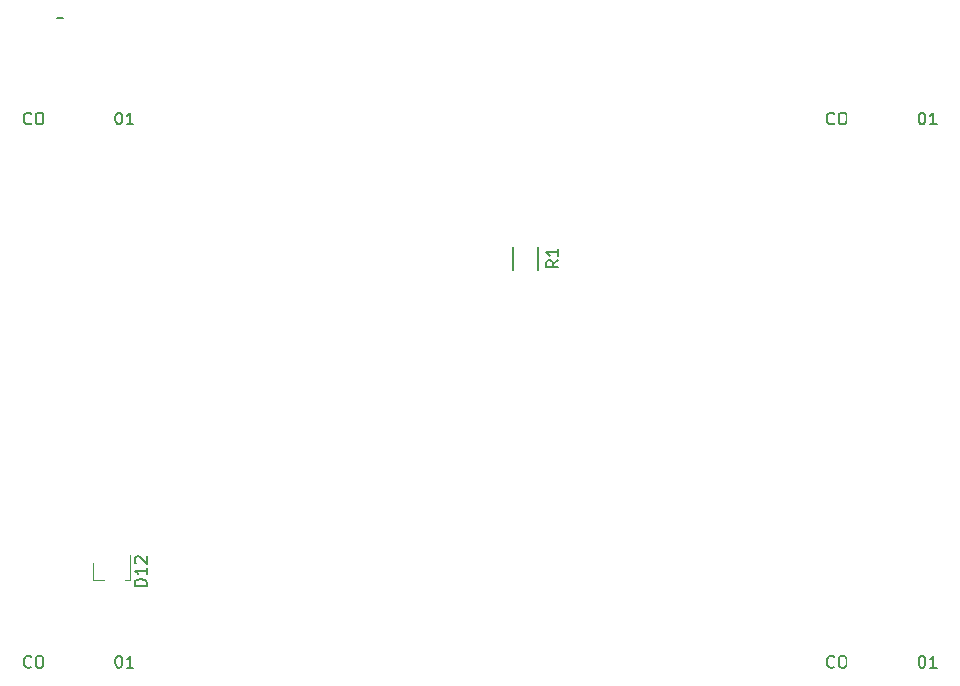
<source format=gto>
G04 #@! TF.FileFunction,Legend,Top*
%FSLAX46Y46*%
G04 Gerber Fmt 4.6, Leading zero omitted, Abs format (unit mm)*
G04 Created by KiCad (PCBNEW 4.0.7-e0-6372~58~ubuntu16.10.1) date Tue Oct  3 15:15:38 2017*
%MOMM*%
%LPD*%
G01*
G04 APERTURE LIST*
%ADD10C,0.150000*%
%ADD11C,0.200000*%
%ADD12C,0.120000*%
%ADD13R,1.050000X1.050000*%
%ADD14C,1.050000*%
%ADD15R,1.700000X0.900000*%
%ADD16C,6.000000*%
%ADD17C,1.300000*%
%ADD18C,4.000000*%
%ADD19C,2.000000*%
%ADD20C,1.600000*%
%ADD21R,1.700000X1.700000*%
%ADD22O,1.700000X1.700000*%
%ADD23C,2.200000*%
%ADD24C,3.900000*%
%ADD25R,0.800000X0.900000*%
%ADD26C,0.600000*%
%ADD27C,0.889000*%
%ADD28C,0.254000*%
G04 APERTURE END LIST*
D10*
D11*
X3705600Y-10924600D02*
X3172200Y-10924600D01*
D10*
X41775000Y-32300000D02*
X41775000Y-30300000D01*
X43925000Y-30300000D02*
X43925000Y-32300000D01*
D12*
X6220000Y-58560000D02*
X7150000Y-58560000D01*
X9380000Y-58560000D02*
X8450000Y-58560000D01*
X9380000Y-58560000D02*
X9380000Y-56400000D01*
X6220000Y-58560000D02*
X6220000Y-57100000D01*
D10*
X45602381Y-31466666D02*
X45126190Y-31800000D01*
X45602381Y-32038095D02*
X44602381Y-32038095D01*
X44602381Y-31657142D01*
X44650000Y-31561904D01*
X44697619Y-31514285D01*
X44792857Y-31466666D01*
X44935714Y-31466666D01*
X45030952Y-31514285D01*
X45078571Y-31561904D01*
X45126190Y-31657142D01*
X45126190Y-32038095D01*
X45602381Y-30514285D02*
X45602381Y-31085714D01*
X45602381Y-30800000D02*
X44602381Y-30800000D01*
X44745238Y-30895238D01*
X44840476Y-30990476D01*
X44888095Y-31085714D01*
X4261905Y-19952381D02*
X4261905Y-18952381D01*
X4642858Y-18952381D01*
X4738096Y-19000000D01*
X4785715Y-19047619D01*
X4833334Y-19142857D01*
X4833334Y-19285714D01*
X4785715Y-19380952D01*
X4738096Y-19428571D01*
X4642858Y-19476190D01*
X4261905Y-19476190D01*
X5738096Y-18952381D02*
X5261905Y-18952381D01*
X5214286Y-19428571D01*
X5261905Y-19380952D01*
X5357143Y-19333333D01*
X5595239Y-19333333D01*
X5690477Y-19380952D01*
X5738096Y-19428571D01*
X5785715Y-19523810D01*
X5785715Y-19761905D01*
X5738096Y-19857143D01*
X5690477Y-19904762D01*
X5595239Y-19952381D01*
X5357143Y-19952381D01*
X5261905Y-19904762D01*
X5214286Y-19857143D01*
X976191Y-19857143D02*
X928572Y-19904762D01*
X785715Y-19952381D01*
X690477Y-19952381D01*
X547619Y-19904762D01*
X452381Y-19809524D01*
X404762Y-19714286D01*
X357143Y-19523810D01*
X357143Y-19380952D01*
X404762Y-19190476D01*
X452381Y-19095238D01*
X547619Y-19000000D01*
X690477Y-18952381D01*
X785715Y-18952381D01*
X928572Y-19000000D01*
X976191Y-19047619D01*
X1595238Y-18952381D02*
X1785715Y-18952381D01*
X1880953Y-19000000D01*
X1976191Y-19095238D01*
X2023810Y-19285714D01*
X2023810Y-19619048D01*
X1976191Y-19809524D01*
X1880953Y-19904762D01*
X1785715Y-19952381D01*
X1595238Y-19952381D01*
X1500000Y-19904762D01*
X1404762Y-19809524D01*
X1357143Y-19619048D01*
X1357143Y-19285714D01*
X1404762Y-19095238D01*
X1500000Y-19000000D01*
X1595238Y-18952381D01*
X2452381Y-19952381D02*
X2452381Y-18952381D01*
X3023810Y-19952381D01*
X3023810Y-18952381D01*
X3500000Y-19952381D02*
X3500000Y-18952381D01*
X4071429Y-19952381D01*
X4071429Y-18952381D01*
X4309524Y-20047619D02*
X5071429Y-20047619D01*
X5500000Y-18952381D02*
X5595239Y-18952381D01*
X5690477Y-19000000D01*
X5738096Y-19047619D01*
X5785715Y-19142857D01*
X5833334Y-19333333D01*
X5833334Y-19571429D01*
X5785715Y-19761905D01*
X5738096Y-19857143D01*
X5690477Y-19904762D01*
X5595239Y-19952381D01*
X5500000Y-19952381D01*
X5404762Y-19904762D01*
X5357143Y-19857143D01*
X5309524Y-19761905D01*
X5261905Y-19571429D01*
X5261905Y-19333333D01*
X5309524Y-19142857D01*
X5357143Y-19047619D01*
X5404762Y-19000000D01*
X5500000Y-18952381D01*
X6785715Y-19952381D02*
X6214286Y-19952381D01*
X6500000Y-19952381D02*
X6500000Y-18952381D01*
X6404762Y-19095238D01*
X6309524Y-19190476D01*
X6214286Y-19238095D01*
X7119048Y-18952381D02*
X7785715Y-19952381D01*
X7785715Y-18952381D02*
X7119048Y-19952381D01*
X8357143Y-18952381D02*
X8452382Y-18952381D01*
X8547620Y-19000000D01*
X8595239Y-19047619D01*
X8642858Y-19142857D01*
X8690477Y-19333333D01*
X8690477Y-19571429D01*
X8642858Y-19761905D01*
X8595239Y-19857143D01*
X8547620Y-19904762D01*
X8452382Y-19952381D01*
X8357143Y-19952381D01*
X8261905Y-19904762D01*
X8214286Y-19857143D01*
X8166667Y-19761905D01*
X8119048Y-19571429D01*
X8119048Y-19333333D01*
X8166667Y-19142857D01*
X8214286Y-19047619D01*
X8261905Y-19000000D01*
X8357143Y-18952381D01*
X9642858Y-19952381D02*
X9071429Y-19952381D01*
X9357143Y-19952381D02*
X9357143Y-18952381D01*
X9261905Y-19095238D01*
X9166667Y-19190476D01*
X9071429Y-19238095D01*
X72261905Y-65952381D02*
X72261905Y-64952381D01*
X72642858Y-64952381D01*
X72738096Y-65000000D01*
X72785715Y-65047619D01*
X72833334Y-65142857D01*
X72833334Y-65285714D01*
X72785715Y-65380952D01*
X72738096Y-65428571D01*
X72642858Y-65476190D01*
X72261905Y-65476190D01*
X73690477Y-64952381D02*
X73500000Y-64952381D01*
X73404762Y-65000000D01*
X73357143Y-65047619D01*
X73261905Y-65190476D01*
X73214286Y-65380952D01*
X73214286Y-65761905D01*
X73261905Y-65857143D01*
X73309524Y-65904762D01*
X73404762Y-65952381D01*
X73595239Y-65952381D01*
X73690477Y-65904762D01*
X73738096Y-65857143D01*
X73785715Y-65761905D01*
X73785715Y-65523810D01*
X73738096Y-65428571D01*
X73690477Y-65380952D01*
X73595239Y-65333333D01*
X73404762Y-65333333D01*
X73309524Y-65380952D01*
X73261905Y-65428571D01*
X73214286Y-65523810D01*
X68976191Y-65857143D02*
X68928572Y-65904762D01*
X68785715Y-65952381D01*
X68690477Y-65952381D01*
X68547619Y-65904762D01*
X68452381Y-65809524D01*
X68404762Y-65714286D01*
X68357143Y-65523810D01*
X68357143Y-65380952D01*
X68404762Y-65190476D01*
X68452381Y-65095238D01*
X68547619Y-65000000D01*
X68690477Y-64952381D01*
X68785715Y-64952381D01*
X68928572Y-65000000D01*
X68976191Y-65047619D01*
X69595238Y-64952381D02*
X69785715Y-64952381D01*
X69880953Y-65000000D01*
X69976191Y-65095238D01*
X70023810Y-65285714D01*
X70023810Y-65619048D01*
X69976191Y-65809524D01*
X69880953Y-65904762D01*
X69785715Y-65952381D01*
X69595238Y-65952381D01*
X69500000Y-65904762D01*
X69404762Y-65809524D01*
X69357143Y-65619048D01*
X69357143Y-65285714D01*
X69404762Y-65095238D01*
X69500000Y-65000000D01*
X69595238Y-64952381D01*
X70452381Y-65952381D02*
X70452381Y-64952381D01*
X71023810Y-65952381D01*
X71023810Y-64952381D01*
X71500000Y-65952381D02*
X71500000Y-64952381D01*
X72071429Y-65952381D01*
X72071429Y-64952381D01*
X72309524Y-66047619D02*
X73071429Y-66047619D01*
X73500000Y-64952381D02*
X73595239Y-64952381D01*
X73690477Y-65000000D01*
X73738096Y-65047619D01*
X73785715Y-65142857D01*
X73833334Y-65333333D01*
X73833334Y-65571429D01*
X73785715Y-65761905D01*
X73738096Y-65857143D01*
X73690477Y-65904762D01*
X73595239Y-65952381D01*
X73500000Y-65952381D01*
X73404762Y-65904762D01*
X73357143Y-65857143D01*
X73309524Y-65761905D01*
X73261905Y-65571429D01*
X73261905Y-65333333D01*
X73309524Y-65142857D01*
X73357143Y-65047619D01*
X73404762Y-65000000D01*
X73500000Y-64952381D01*
X74785715Y-65952381D02*
X74214286Y-65952381D01*
X74500000Y-65952381D02*
X74500000Y-64952381D01*
X74404762Y-65095238D01*
X74309524Y-65190476D01*
X74214286Y-65238095D01*
X75119048Y-64952381D02*
X75785715Y-65952381D01*
X75785715Y-64952381D02*
X75119048Y-65952381D01*
X76357143Y-64952381D02*
X76452382Y-64952381D01*
X76547620Y-65000000D01*
X76595239Y-65047619D01*
X76642858Y-65142857D01*
X76690477Y-65333333D01*
X76690477Y-65571429D01*
X76642858Y-65761905D01*
X76595239Y-65857143D01*
X76547620Y-65904762D01*
X76452382Y-65952381D01*
X76357143Y-65952381D01*
X76261905Y-65904762D01*
X76214286Y-65857143D01*
X76166667Y-65761905D01*
X76119048Y-65571429D01*
X76119048Y-65333333D01*
X76166667Y-65142857D01*
X76214286Y-65047619D01*
X76261905Y-65000000D01*
X76357143Y-64952381D01*
X77642858Y-65952381D02*
X77071429Y-65952381D01*
X77357143Y-65952381D02*
X77357143Y-64952381D01*
X77261905Y-65095238D01*
X77166667Y-65190476D01*
X77071429Y-65238095D01*
X72261905Y-19952381D02*
X72261905Y-18952381D01*
X72642858Y-18952381D01*
X72738096Y-19000000D01*
X72785715Y-19047619D01*
X72833334Y-19142857D01*
X72833334Y-19285714D01*
X72785715Y-19380952D01*
X72738096Y-19428571D01*
X72642858Y-19476190D01*
X72261905Y-19476190D01*
X73166667Y-18952381D02*
X73833334Y-18952381D01*
X73404762Y-19952381D01*
X68976191Y-19857143D02*
X68928572Y-19904762D01*
X68785715Y-19952381D01*
X68690477Y-19952381D01*
X68547619Y-19904762D01*
X68452381Y-19809524D01*
X68404762Y-19714286D01*
X68357143Y-19523810D01*
X68357143Y-19380952D01*
X68404762Y-19190476D01*
X68452381Y-19095238D01*
X68547619Y-19000000D01*
X68690477Y-18952381D01*
X68785715Y-18952381D01*
X68928572Y-19000000D01*
X68976191Y-19047619D01*
X69595238Y-18952381D02*
X69785715Y-18952381D01*
X69880953Y-19000000D01*
X69976191Y-19095238D01*
X70023810Y-19285714D01*
X70023810Y-19619048D01*
X69976191Y-19809524D01*
X69880953Y-19904762D01*
X69785715Y-19952381D01*
X69595238Y-19952381D01*
X69500000Y-19904762D01*
X69404762Y-19809524D01*
X69357143Y-19619048D01*
X69357143Y-19285714D01*
X69404762Y-19095238D01*
X69500000Y-19000000D01*
X69595238Y-18952381D01*
X70452381Y-19952381D02*
X70452381Y-18952381D01*
X71023810Y-19952381D01*
X71023810Y-18952381D01*
X71500000Y-19952381D02*
X71500000Y-18952381D01*
X72071429Y-19952381D01*
X72071429Y-18952381D01*
X72309524Y-20047619D02*
X73071429Y-20047619D01*
X73500000Y-18952381D02*
X73595239Y-18952381D01*
X73690477Y-19000000D01*
X73738096Y-19047619D01*
X73785715Y-19142857D01*
X73833334Y-19333333D01*
X73833334Y-19571429D01*
X73785715Y-19761905D01*
X73738096Y-19857143D01*
X73690477Y-19904762D01*
X73595239Y-19952381D01*
X73500000Y-19952381D01*
X73404762Y-19904762D01*
X73357143Y-19857143D01*
X73309524Y-19761905D01*
X73261905Y-19571429D01*
X73261905Y-19333333D01*
X73309524Y-19142857D01*
X73357143Y-19047619D01*
X73404762Y-19000000D01*
X73500000Y-18952381D01*
X74785715Y-19952381D02*
X74214286Y-19952381D01*
X74500000Y-19952381D02*
X74500000Y-18952381D01*
X74404762Y-19095238D01*
X74309524Y-19190476D01*
X74214286Y-19238095D01*
X75119048Y-18952381D02*
X75785715Y-19952381D01*
X75785715Y-18952381D02*
X75119048Y-19952381D01*
X76357143Y-18952381D02*
X76452382Y-18952381D01*
X76547620Y-19000000D01*
X76595239Y-19047619D01*
X76642858Y-19142857D01*
X76690477Y-19333333D01*
X76690477Y-19571429D01*
X76642858Y-19761905D01*
X76595239Y-19857143D01*
X76547620Y-19904762D01*
X76452382Y-19952381D01*
X76357143Y-19952381D01*
X76261905Y-19904762D01*
X76214286Y-19857143D01*
X76166667Y-19761905D01*
X76119048Y-19571429D01*
X76119048Y-19333333D01*
X76166667Y-19142857D01*
X76214286Y-19047619D01*
X76261905Y-19000000D01*
X76357143Y-18952381D01*
X77642858Y-19952381D02*
X77071429Y-19952381D01*
X77357143Y-19952381D02*
X77357143Y-18952381D01*
X77261905Y-19095238D01*
X77166667Y-19190476D01*
X77071429Y-19238095D01*
X4261905Y-65952381D02*
X4261905Y-64952381D01*
X4642858Y-64952381D01*
X4738096Y-65000000D01*
X4785715Y-65047619D01*
X4833334Y-65142857D01*
X4833334Y-65285714D01*
X4785715Y-65380952D01*
X4738096Y-65428571D01*
X4642858Y-65476190D01*
X4261905Y-65476190D01*
X5404762Y-65380952D02*
X5309524Y-65333333D01*
X5261905Y-65285714D01*
X5214286Y-65190476D01*
X5214286Y-65142857D01*
X5261905Y-65047619D01*
X5309524Y-65000000D01*
X5404762Y-64952381D01*
X5595239Y-64952381D01*
X5690477Y-65000000D01*
X5738096Y-65047619D01*
X5785715Y-65142857D01*
X5785715Y-65190476D01*
X5738096Y-65285714D01*
X5690477Y-65333333D01*
X5595239Y-65380952D01*
X5404762Y-65380952D01*
X5309524Y-65428571D01*
X5261905Y-65476190D01*
X5214286Y-65571429D01*
X5214286Y-65761905D01*
X5261905Y-65857143D01*
X5309524Y-65904762D01*
X5404762Y-65952381D01*
X5595239Y-65952381D01*
X5690477Y-65904762D01*
X5738096Y-65857143D01*
X5785715Y-65761905D01*
X5785715Y-65571429D01*
X5738096Y-65476190D01*
X5690477Y-65428571D01*
X5595239Y-65380952D01*
X976191Y-65857143D02*
X928572Y-65904762D01*
X785715Y-65952381D01*
X690477Y-65952381D01*
X547619Y-65904762D01*
X452381Y-65809524D01*
X404762Y-65714286D01*
X357143Y-65523810D01*
X357143Y-65380952D01*
X404762Y-65190476D01*
X452381Y-65095238D01*
X547619Y-65000000D01*
X690477Y-64952381D01*
X785715Y-64952381D01*
X928572Y-65000000D01*
X976191Y-65047619D01*
X1595238Y-64952381D02*
X1785715Y-64952381D01*
X1880953Y-65000000D01*
X1976191Y-65095238D01*
X2023810Y-65285714D01*
X2023810Y-65619048D01*
X1976191Y-65809524D01*
X1880953Y-65904762D01*
X1785715Y-65952381D01*
X1595238Y-65952381D01*
X1500000Y-65904762D01*
X1404762Y-65809524D01*
X1357143Y-65619048D01*
X1357143Y-65285714D01*
X1404762Y-65095238D01*
X1500000Y-65000000D01*
X1595238Y-64952381D01*
X2452381Y-65952381D02*
X2452381Y-64952381D01*
X3023810Y-65952381D01*
X3023810Y-64952381D01*
X3500000Y-65952381D02*
X3500000Y-64952381D01*
X4071429Y-65952381D01*
X4071429Y-64952381D01*
X4309524Y-66047619D02*
X5071429Y-66047619D01*
X5500000Y-64952381D02*
X5595239Y-64952381D01*
X5690477Y-65000000D01*
X5738096Y-65047619D01*
X5785715Y-65142857D01*
X5833334Y-65333333D01*
X5833334Y-65571429D01*
X5785715Y-65761905D01*
X5738096Y-65857143D01*
X5690477Y-65904762D01*
X5595239Y-65952381D01*
X5500000Y-65952381D01*
X5404762Y-65904762D01*
X5357143Y-65857143D01*
X5309524Y-65761905D01*
X5261905Y-65571429D01*
X5261905Y-65333333D01*
X5309524Y-65142857D01*
X5357143Y-65047619D01*
X5404762Y-65000000D01*
X5500000Y-64952381D01*
X6785715Y-65952381D02*
X6214286Y-65952381D01*
X6500000Y-65952381D02*
X6500000Y-64952381D01*
X6404762Y-65095238D01*
X6309524Y-65190476D01*
X6214286Y-65238095D01*
X7119048Y-64952381D02*
X7785715Y-65952381D01*
X7785715Y-64952381D02*
X7119048Y-65952381D01*
X8357143Y-64952381D02*
X8452382Y-64952381D01*
X8547620Y-65000000D01*
X8595239Y-65047619D01*
X8642858Y-65142857D01*
X8690477Y-65333333D01*
X8690477Y-65571429D01*
X8642858Y-65761905D01*
X8595239Y-65857143D01*
X8547620Y-65904762D01*
X8452382Y-65952381D01*
X8357143Y-65952381D01*
X8261905Y-65904762D01*
X8214286Y-65857143D01*
X8166667Y-65761905D01*
X8119048Y-65571429D01*
X8119048Y-65333333D01*
X8166667Y-65142857D01*
X8214286Y-65047619D01*
X8261905Y-65000000D01*
X8357143Y-64952381D01*
X9642858Y-65952381D02*
X9071429Y-65952381D01*
X9357143Y-65952381D02*
X9357143Y-64952381D01*
X9261905Y-65095238D01*
X9166667Y-65190476D01*
X9071429Y-65238095D01*
X10752381Y-59014286D02*
X9752381Y-59014286D01*
X9752381Y-58776191D01*
X9800000Y-58633333D01*
X9895238Y-58538095D01*
X9990476Y-58490476D01*
X10180952Y-58442857D01*
X10323810Y-58442857D01*
X10514286Y-58490476D01*
X10609524Y-58538095D01*
X10704762Y-58633333D01*
X10752381Y-58776191D01*
X10752381Y-59014286D01*
X10752381Y-57490476D02*
X10752381Y-58061905D01*
X10752381Y-57776191D02*
X9752381Y-57776191D01*
X9895238Y-57871429D01*
X9990476Y-57966667D01*
X10038095Y-58061905D01*
X9847619Y-57109524D02*
X9800000Y-57061905D01*
X9752381Y-56966667D01*
X9752381Y-56728571D01*
X9800000Y-56633333D01*
X9847619Y-56585714D01*
X9942857Y-56538095D01*
X10038095Y-56538095D01*
X10180952Y-56585714D01*
X10752381Y-57157143D01*
X10752381Y-56538095D01*
%LPC*%
D13*
X34050000Y-25950000D03*
D14*
X35320000Y-25950000D03*
X36590000Y-25950000D03*
X37860000Y-25950000D03*
X39130000Y-25950000D03*
X35320000Y-27220000D03*
X36590000Y-27220000D03*
X37860000Y-27220000D03*
X39130000Y-27220000D03*
X34050000Y-27220000D03*
D15*
X42850000Y-29850000D03*
X42850000Y-32750000D03*
D16*
X5000000Y-19500000D03*
X73000000Y-65500000D03*
X73000000Y-19500000D03*
X5000000Y-65500000D03*
D17*
X13925000Y-8290000D03*
X7835000Y-8290000D03*
X11895000Y-8290000D03*
X9865000Y-8290000D03*
X12905000Y-10070000D03*
X10875000Y-10070000D03*
X8845000Y-10070000D03*
X6815000Y-10070000D03*
D18*
X32475000Y-5750000D03*
D19*
X2250000Y-9180000D03*
D17*
X22565000Y-10070000D03*
X24595000Y-10070000D03*
X26625000Y-10070000D03*
X28655000Y-10070000D03*
X25615000Y-8290000D03*
X27645000Y-8290000D03*
X23585000Y-8290000D03*
X29675000Y-8290000D03*
D18*
X4025000Y-5750000D03*
D19*
X34250000Y-9180000D03*
D20*
X48735000Y-53800000D03*
X48735000Y-57200000D03*
X35265000Y-53800000D03*
X35265000Y-57200000D03*
X48735000Y-60800000D03*
X48735000Y-64200000D03*
X35265000Y-60800000D03*
X35265000Y-64200000D03*
D21*
X2625000Y-47875000D03*
D22*
X2625000Y-50415000D03*
D23*
X28500000Y-59050000D03*
X28500000Y-64650000D03*
X23500000Y-64650000D03*
X23500000Y-59050000D03*
X18500000Y-59050000D03*
X13500000Y-59050000D03*
X18500000Y-64650000D03*
D24*
X36150000Y-73700000D03*
D23*
X13500000Y-64650000D03*
D24*
X5850000Y-73750000D03*
D23*
X65000000Y-64650000D03*
X65000000Y-59050000D03*
X60000000Y-59050000D03*
X55000000Y-59050000D03*
X60000000Y-64650000D03*
D24*
X72650000Y-73700000D03*
D23*
X55000000Y-64650000D03*
D24*
X47350000Y-73750000D03*
D25*
X8750000Y-56800000D03*
X6850000Y-56800000D03*
X7800000Y-58800000D03*
D26*
X42750000Y-28900000D03*
D27*
X48500000Y-42750000D03*
X53200000Y-26075000D03*
X57500000Y-27800000D03*
X59500000Y-32300000D03*
X71000000Y-15900000D03*
X69600000Y-17300000D03*
X67200000Y-18900000D03*
X30100000Y-30000000D03*
X33250000Y-32000000D03*
X66500000Y-30000000D03*
X68750000Y-57250000D03*
X64000000Y-51900000D03*
X62000000Y-51900000D03*
X61700000Y-55400000D03*
X63700000Y-55300000D03*
X67900000Y-55600000D03*
X69700000Y-55000000D03*
X65600000Y-54500000D03*
X65600000Y-51900000D03*
X67500000Y-51800000D03*
X69600000Y-51700000D03*
X16700000Y-34200000D03*
X13800000Y-38700000D03*
X24200000Y-39200000D03*
X9100000Y-34800000D03*
X19700000Y-41200000D03*
X45250000Y-48700000D03*
X39200000Y-47600000D03*
X30600000Y-44700000D03*
X36300000Y-43600000D03*
X41200000Y-42800000D03*
X27700000Y-50600000D03*
X63750000Y-1250000D03*
X66250000Y-1250000D03*
X68500000Y-1500000D03*
X70250000Y-1000000D03*
X68750000Y-7750000D03*
X71250000Y-7000000D03*
X65750000Y-9750000D03*
X65750000Y-15250000D03*
X67000000Y-8000000D03*
X67250000Y-13750000D03*
X68750000Y-13750000D03*
X70250000Y-13750000D03*
X67250000Y-10750000D03*
X68750000Y-10750000D03*
X70250000Y-10750000D03*
X77600000Y-9200000D03*
D26*
X70200000Y-5400000D03*
X71400000Y-5400000D03*
X71400000Y-3200000D03*
X70200000Y-3200000D03*
D27*
X70800000Y-4200000D03*
D26*
X36400000Y-32730000D03*
X52750000Y-28750000D03*
D27*
X51000000Y-39250000D03*
X50300000Y-27650000D03*
X46125000Y-26850000D03*
X10775000Y-46125000D03*
X75500000Y-36750000D03*
X75500000Y-42000000D03*
X31950000Y-40850000D03*
X34350000Y-35200000D03*
D26*
X46000000Y-35750000D03*
X49250000Y-35250000D03*
X50500000Y-35250000D03*
X51500000Y-36250000D03*
X51500000Y-37250000D03*
X54750000Y-37500000D03*
X56250000Y-36500000D03*
X56250000Y-35000000D03*
X56250000Y-33250000D03*
X56250000Y-30750000D03*
X56250000Y-28750000D03*
X55250000Y-27750000D03*
X52000000Y-27750000D03*
X50750000Y-29250000D03*
X50750000Y-32250000D03*
X49500000Y-33250000D03*
D27*
X1275000Y-41525000D03*
X13225000Y-48375000D03*
X42050000Y-25850000D03*
X8650000Y-30950000D03*
X7375000Y-30950000D03*
X6350000Y-47050000D03*
X50500000Y-43475000D03*
X22100000Y-40000000D03*
X17350000Y-41900000D03*
X23500000Y-42050000D03*
X25725000Y-42125000D03*
X25350000Y-48000000D03*
X17850000Y-47950000D03*
X57000000Y-50500000D03*
X4225000Y-35975000D03*
X75750000Y-45750000D03*
X48650000Y-50150000D03*
X24750000Y-51000000D03*
X30000000Y-52750000D03*
X19750000Y-56250000D03*
X12050000Y-55700000D03*
X17500000Y-51100000D03*
D26*
X43500000Y-33850000D03*
D27*
X48250000Y-5250000D03*
X54750000Y-5250000D03*
X36750000Y-6000000D03*
X38250000Y-8250000D03*
X41750000Y-7664998D03*
X41750000Y-6250000D03*
X38250000Y-6000000D03*
X40000000Y-15000000D03*
X35500000Y-13750000D03*
X35500000Y-12250000D03*
X37500000Y-12000000D03*
X53250000Y-16500000D03*
X50250000Y-16000000D03*
X45500000Y-16500000D03*
X45500000Y-15000000D03*
X45500000Y-13500000D03*
X48750000Y-13500000D03*
X48750000Y-15000000D03*
X48750000Y-16500000D03*
D26*
X39750000Y-20000000D03*
D27*
X40250000Y-22000000D03*
X38750000Y-21500000D03*
X29750000Y-22750000D03*
X32750000Y-21750000D03*
X32250000Y-17000000D03*
X37250000Y-15250000D03*
X40100000Y-16900000D03*
D26*
X39750000Y-18000000D03*
D27*
X38500000Y-16800000D03*
D26*
X39000000Y-20000000D03*
X39000000Y-18000000D03*
D27*
X39350000Y-18975000D03*
X50250000Y-18000000D03*
X51800000Y-17150000D03*
X26750000Y-24275000D03*
X24250000Y-24925000D03*
X16300000Y-25150000D03*
X13400000Y-24000000D03*
X13400000Y-17400000D03*
X14600000Y-20700000D03*
X27850000Y-19050000D03*
X5800000Y-56800000D03*
D26*
X35350000Y-21400000D03*
X36950000Y-21400000D03*
D27*
X8600000Y-58800000D03*
D28*
G36*
X32873000Y-59000000D02*
X32883006Y-59049410D01*
X32911447Y-59091035D01*
X32953841Y-59118315D01*
X33000000Y-59127000D01*
X39123000Y-59127000D01*
X39123000Y-65873000D01*
X32127000Y-65873000D01*
X32127000Y-62000000D01*
X32116994Y-61950590D01*
X32088553Y-61908965D01*
X32046159Y-61881685D01*
X32000000Y-61873000D01*
X26127000Y-61873000D01*
X26127000Y-57627000D01*
X32873000Y-57627000D01*
X32873000Y-59000000D01*
X32873000Y-59000000D01*
G37*
X32873000Y-59000000D02*
X32883006Y-59049410D01*
X32911447Y-59091035D01*
X32953841Y-59118315D01*
X33000000Y-59127000D01*
X39123000Y-59127000D01*
X39123000Y-65873000D01*
X32127000Y-65873000D01*
X32127000Y-62000000D01*
X32116994Y-61950590D01*
X32088553Y-61908965D01*
X32046159Y-61881685D01*
X32000000Y-61873000D01*
X26127000Y-61873000D01*
X26127000Y-57627000D01*
X32873000Y-57627000D01*
X32873000Y-59000000D01*
G36*
X51873000Y-57000000D02*
X51883006Y-57049410D01*
X51911447Y-57091035D01*
X51953841Y-57118315D01*
X52000000Y-57127000D01*
X67373000Y-57127000D01*
X67373000Y-61873000D01*
X52000000Y-61873000D01*
X51950590Y-61883006D01*
X51908965Y-61911447D01*
X51881685Y-61953841D01*
X51873000Y-62000000D01*
X51873000Y-65873000D01*
X46127000Y-65873000D01*
X46127000Y-52127000D01*
X51873000Y-52127000D01*
X51873000Y-57000000D01*
X51873000Y-57000000D01*
G37*
X51873000Y-57000000D02*
X51883006Y-57049410D01*
X51911447Y-57091035D01*
X51953841Y-57118315D01*
X52000000Y-57127000D01*
X67373000Y-57127000D01*
X67373000Y-61873000D01*
X52000000Y-61873000D01*
X51950590Y-61883006D01*
X51908965Y-61911447D01*
X51881685Y-61953841D01*
X51873000Y-62000000D01*
X51873000Y-65873000D01*
X46127000Y-65873000D01*
X46127000Y-52127000D01*
X51873000Y-52127000D01*
X51873000Y-57000000D01*
G36*
X30873000Y-67000000D02*
X30883006Y-67049410D01*
X30911447Y-67091035D01*
X30953841Y-67118315D01*
X31000000Y-67127000D01*
X53000000Y-67127000D01*
X53049410Y-67116994D01*
X53091035Y-67088553D01*
X53118315Y-67046159D01*
X53127000Y-67000000D01*
X53127000Y-63127000D01*
X67373000Y-63127000D01*
X67373000Y-71373000D01*
X26127000Y-71373000D01*
X26127000Y-63127000D01*
X30873000Y-63127000D01*
X30873000Y-67000000D01*
X30873000Y-67000000D01*
G37*
X30873000Y-67000000D02*
X30883006Y-67049410D01*
X30911447Y-67091035D01*
X30953841Y-67118315D01*
X31000000Y-67127000D01*
X53000000Y-67127000D01*
X53049410Y-67116994D01*
X53091035Y-67088553D01*
X53118315Y-67046159D01*
X53127000Y-67000000D01*
X53127000Y-63127000D01*
X67373000Y-63127000D01*
X67373000Y-71373000D01*
X26127000Y-71373000D01*
X26127000Y-63127000D01*
X30873000Y-63127000D01*
X30873000Y-67000000D01*
G36*
X72123000Y-6123000D02*
X69377000Y-6123000D01*
X69377000Y-2377000D01*
X72123000Y-2377000D01*
X72123000Y-6123000D01*
X72123000Y-6123000D01*
G37*
X72123000Y-6123000D02*
X69377000Y-6123000D01*
X69377000Y-2377000D01*
X72123000Y-2377000D01*
X72123000Y-6123000D01*
G36*
X40623000Y-21373000D02*
X37877000Y-21373000D01*
X37877000Y-16877000D01*
X40623000Y-16877000D01*
X40623000Y-21373000D01*
X40623000Y-21373000D01*
G37*
X40623000Y-21373000D02*
X37877000Y-21373000D01*
X37877000Y-16877000D01*
X40623000Y-16877000D01*
X40623000Y-21373000D01*
M02*

</source>
